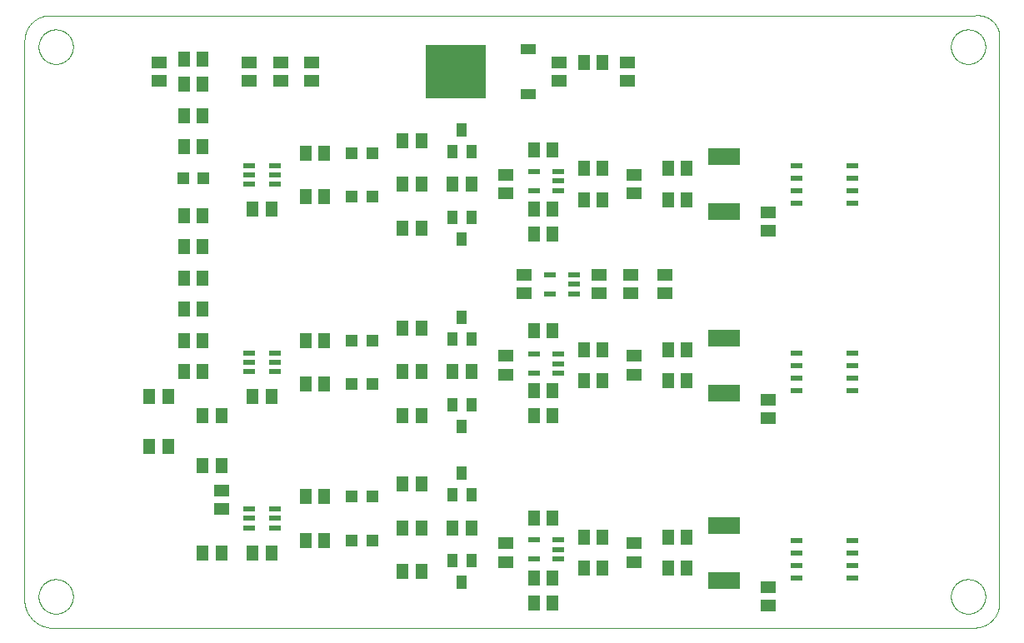
<source format=gtp>
G75*
%MOIN*%
%OFA0B0*%
%FSLAX25Y25*%
%IPPOS*%
%LPD*%
%AMOC8*
5,1,8,0,0,1.08239X$1,22.5*
%
%ADD10C,0.00000*%
%ADD11R,0.04724X0.04724*%
%ADD12R,0.12598X0.07087*%
%ADD13R,0.04724X0.02165*%
%ADD14R,0.04724X0.02362*%
%ADD15R,0.06299X0.03937*%
%ADD16R,0.24409X0.21260*%
%ADD17R,0.05118X0.05906*%
%ADD18R,0.05906X0.05118*%
%ADD19R,0.03937X0.05512*%
%ADD20R,0.05000X0.02200*%
D10*
X0031197Y0016379D02*
X0401197Y0016379D01*
X0401439Y0016382D01*
X0401680Y0016391D01*
X0401921Y0016405D01*
X0402162Y0016426D01*
X0402402Y0016452D01*
X0402642Y0016484D01*
X0402881Y0016522D01*
X0403118Y0016565D01*
X0403355Y0016615D01*
X0403590Y0016670D01*
X0403824Y0016730D01*
X0404056Y0016797D01*
X0404287Y0016868D01*
X0404516Y0016946D01*
X0404743Y0017029D01*
X0404968Y0017117D01*
X0405191Y0017211D01*
X0405411Y0017310D01*
X0405629Y0017415D01*
X0405844Y0017524D01*
X0406057Y0017639D01*
X0406267Y0017759D01*
X0406473Y0017884D01*
X0406677Y0018014D01*
X0406878Y0018149D01*
X0407075Y0018289D01*
X0407269Y0018433D01*
X0407459Y0018582D01*
X0407645Y0018736D01*
X0407828Y0018894D01*
X0408007Y0019056D01*
X0408182Y0019223D01*
X0408353Y0019394D01*
X0408520Y0019569D01*
X0408682Y0019748D01*
X0408840Y0019931D01*
X0408994Y0020117D01*
X0409143Y0020307D01*
X0409287Y0020501D01*
X0409427Y0020698D01*
X0409562Y0020899D01*
X0409692Y0021103D01*
X0409817Y0021309D01*
X0409937Y0021519D01*
X0410052Y0021732D01*
X0410161Y0021947D01*
X0410266Y0022165D01*
X0410365Y0022385D01*
X0410459Y0022608D01*
X0410547Y0022833D01*
X0410630Y0023060D01*
X0410708Y0023289D01*
X0410779Y0023520D01*
X0410846Y0023752D01*
X0410906Y0023986D01*
X0410961Y0024221D01*
X0411011Y0024458D01*
X0411054Y0024695D01*
X0411092Y0024934D01*
X0411124Y0025174D01*
X0411150Y0025414D01*
X0411171Y0025655D01*
X0411185Y0025896D01*
X0411194Y0026137D01*
X0411197Y0026379D01*
X0411197Y0253879D01*
X0411164Y0254090D01*
X0411127Y0254300D01*
X0411084Y0254510D01*
X0411036Y0254718D01*
X0410983Y0254925D01*
X0410925Y0255130D01*
X0410862Y0255334D01*
X0410794Y0255537D01*
X0410721Y0255738D01*
X0410644Y0255937D01*
X0410561Y0256134D01*
X0410474Y0256329D01*
X0410383Y0256522D01*
X0410286Y0256712D01*
X0410185Y0256901D01*
X0410080Y0257086D01*
X0409970Y0257270D01*
X0409856Y0257450D01*
X0409737Y0257628D01*
X0409614Y0257802D01*
X0409487Y0257974D01*
X0409356Y0258142D01*
X0409220Y0258308D01*
X0409081Y0258470D01*
X0408938Y0258628D01*
X0408791Y0258784D01*
X0408641Y0258935D01*
X0408487Y0259083D01*
X0408329Y0259227D01*
X0408168Y0259367D01*
X0408003Y0259503D01*
X0407835Y0259636D01*
X0407665Y0259764D01*
X0407491Y0259888D01*
X0407314Y0260008D01*
X0407134Y0260123D01*
X0406952Y0260234D01*
X0406767Y0260341D01*
X0406579Y0260443D01*
X0406389Y0260540D01*
X0406197Y0260633D01*
X0406002Y0260722D01*
X0405805Y0260805D01*
X0405607Y0260884D01*
X0405407Y0260958D01*
X0405204Y0261027D01*
X0405001Y0261091D01*
X0404795Y0261150D01*
X0404589Y0261205D01*
X0404381Y0261254D01*
X0404172Y0261298D01*
X0403962Y0261337D01*
X0403751Y0261371D01*
X0403540Y0261400D01*
X0403327Y0261424D01*
X0403115Y0261443D01*
X0402901Y0261456D01*
X0402688Y0261465D01*
X0402474Y0261468D01*
X0402261Y0261466D01*
X0402047Y0261459D01*
X0401834Y0261447D01*
X0401621Y0261429D01*
X0401409Y0261407D01*
X0401197Y0261379D01*
X0031197Y0261379D01*
X0030955Y0261376D01*
X0030714Y0261367D01*
X0030473Y0261353D01*
X0030232Y0261332D01*
X0029992Y0261306D01*
X0029752Y0261274D01*
X0029513Y0261236D01*
X0029276Y0261193D01*
X0029039Y0261143D01*
X0028804Y0261088D01*
X0028570Y0261028D01*
X0028338Y0260961D01*
X0028107Y0260890D01*
X0027878Y0260812D01*
X0027651Y0260729D01*
X0027426Y0260641D01*
X0027203Y0260547D01*
X0026983Y0260448D01*
X0026765Y0260343D01*
X0026550Y0260234D01*
X0026337Y0260119D01*
X0026127Y0259999D01*
X0025921Y0259874D01*
X0025717Y0259744D01*
X0025516Y0259609D01*
X0025319Y0259469D01*
X0025125Y0259325D01*
X0024935Y0259176D01*
X0024749Y0259022D01*
X0024566Y0258864D01*
X0024387Y0258702D01*
X0024212Y0258535D01*
X0024041Y0258364D01*
X0023874Y0258189D01*
X0023712Y0258010D01*
X0023554Y0257827D01*
X0023400Y0257641D01*
X0023251Y0257451D01*
X0023107Y0257257D01*
X0022967Y0257060D01*
X0022832Y0256859D01*
X0022702Y0256655D01*
X0022577Y0256449D01*
X0022457Y0256239D01*
X0022342Y0256026D01*
X0022233Y0255811D01*
X0022128Y0255593D01*
X0022029Y0255373D01*
X0021935Y0255150D01*
X0021847Y0254925D01*
X0021764Y0254698D01*
X0021686Y0254469D01*
X0021615Y0254238D01*
X0021548Y0254006D01*
X0021488Y0253772D01*
X0021433Y0253537D01*
X0021383Y0253300D01*
X0021340Y0253063D01*
X0021302Y0252824D01*
X0021270Y0252584D01*
X0021244Y0252344D01*
X0021223Y0252103D01*
X0021209Y0251862D01*
X0021200Y0251621D01*
X0021197Y0251379D01*
X0021197Y0028879D01*
X0021170Y0028603D01*
X0021149Y0028325D01*
X0021136Y0028048D01*
X0021129Y0027770D01*
X0021129Y0027492D01*
X0021136Y0027215D01*
X0021149Y0026937D01*
X0021170Y0026660D01*
X0021197Y0026384D01*
X0021231Y0026108D01*
X0021271Y0025833D01*
X0021319Y0025560D01*
X0021373Y0025287D01*
X0021434Y0025016D01*
X0021501Y0024746D01*
X0021575Y0024479D01*
X0021656Y0024213D01*
X0021743Y0023949D01*
X0021836Y0023687D01*
X0021936Y0023428D01*
X0022043Y0023172D01*
X0022155Y0022918D01*
X0022274Y0022666D01*
X0022399Y0022418D01*
X0022530Y0022173D01*
X0022666Y0021932D01*
X0022809Y0021693D01*
X0022958Y0021458D01*
X0023112Y0021227D01*
X0023272Y0021000D01*
X0023437Y0020777D01*
X0023608Y0020558D01*
X0023785Y0020343D01*
X0023966Y0020133D01*
X0024152Y0019927D01*
X0024344Y0019726D01*
X0024540Y0019529D01*
X0024742Y0019338D01*
X0024947Y0019151D01*
X0025158Y0018970D01*
X0025372Y0018793D01*
X0025591Y0018622D01*
X0025814Y0018457D01*
X0026042Y0018297D01*
X0026272Y0018142D01*
X0026507Y0017994D01*
X0026745Y0017851D01*
X0026987Y0017714D01*
X0027232Y0017583D01*
X0027480Y0017458D01*
X0027731Y0017339D01*
X0027985Y0017226D01*
X0028242Y0017120D01*
X0028501Y0017020D01*
X0028763Y0016926D01*
X0029026Y0016839D01*
X0029292Y0016759D01*
X0029560Y0016684D01*
X0029829Y0016617D01*
X0030100Y0016556D01*
X0030373Y0016502D01*
X0030647Y0016454D01*
X0030921Y0016413D01*
X0031197Y0016379D01*
X0026807Y0028879D02*
X0026809Y0029048D01*
X0026815Y0029217D01*
X0026826Y0029386D01*
X0026840Y0029554D01*
X0026859Y0029722D01*
X0026882Y0029890D01*
X0026908Y0030057D01*
X0026939Y0030223D01*
X0026974Y0030389D01*
X0027013Y0030553D01*
X0027057Y0030717D01*
X0027104Y0030879D01*
X0027155Y0031040D01*
X0027210Y0031200D01*
X0027269Y0031359D01*
X0027331Y0031516D01*
X0027398Y0031671D01*
X0027469Y0031825D01*
X0027543Y0031977D01*
X0027621Y0032127D01*
X0027702Y0032275D01*
X0027787Y0032421D01*
X0027876Y0032565D01*
X0027968Y0032707D01*
X0028064Y0032846D01*
X0028163Y0032983D01*
X0028265Y0033118D01*
X0028371Y0033250D01*
X0028480Y0033379D01*
X0028592Y0033506D01*
X0028707Y0033630D01*
X0028825Y0033751D01*
X0028946Y0033869D01*
X0029070Y0033984D01*
X0029197Y0034096D01*
X0029326Y0034205D01*
X0029458Y0034311D01*
X0029593Y0034413D01*
X0029730Y0034512D01*
X0029869Y0034608D01*
X0030011Y0034700D01*
X0030155Y0034789D01*
X0030301Y0034874D01*
X0030449Y0034955D01*
X0030599Y0035033D01*
X0030751Y0035107D01*
X0030905Y0035178D01*
X0031060Y0035245D01*
X0031217Y0035307D01*
X0031376Y0035366D01*
X0031536Y0035421D01*
X0031697Y0035472D01*
X0031859Y0035519D01*
X0032023Y0035563D01*
X0032187Y0035602D01*
X0032353Y0035637D01*
X0032519Y0035668D01*
X0032686Y0035694D01*
X0032854Y0035717D01*
X0033022Y0035736D01*
X0033190Y0035750D01*
X0033359Y0035761D01*
X0033528Y0035767D01*
X0033697Y0035769D01*
X0033866Y0035767D01*
X0034035Y0035761D01*
X0034204Y0035750D01*
X0034372Y0035736D01*
X0034540Y0035717D01*
X0034708Y0035694D01*
X0034875Y0035668D01*
X0035041Y0035637D01*
X0035207Y0035602D01*
X0035371Y0035563D01*
X0035535Y0035519D01*
X0035697Y0035472D01*
X0035858Y0035421D01*
X0036018Y0035366D01*
X0036177Y0035307D01*
X0036334Y0035245D01*
X0036489Y0035178D01*
X0036643Y0035107D01*
X0036795Y0035033D01*
X0036945Y0034955D01*
X0037093Y0034874D01*
X0037239Y0034789D01*
X0037383Y0034700D01*
X0037525Y0034608D01*
X0037664Y0034512D01*
X0037801Y0034413D01*
X0037936Y0034311D01*
X0038068Y0034205D01*
X0038197Y0034096D01*
X0038324Y0033984D01*
X0038448Y0033869D01*
X0038569Y0033751D01*
X0038687Y0033630D01*
X0038802Y0033506D01*
X0038914Y0033379D01*
X0039023Y0033250D01*
X0039129Y0033118D01*
X0039231Y0032983D01*
X0039330Y0032846D01*
X0039426Y0032707D01*
X0039518Y0032565D01*
X0039607Y0032421D01*
X0039692Y0032275D01*
X0039773Y0032127D01*
X0039851Y0031977D01*
X0039925Y0031825D01*
X0039996Y0031671D01*
X0040063Y0031516D01*
X0040125Y0031359D01*
X0040184Y0031200D01*
X0040239Y0031040D01*
X0040290Y0030879D01*
X0040337Y0030717D01*
X0040381Y0030553D01*
X0040420Y0030389D01*
X0040455Y0030223D01*
X0040486Y0030057D01*
X0040512Y0029890D01*
X0040535Y0029722D01*
X0040554Y0029554D01*
X0040568Y0029386D01*
X0040579Y0029217D01*
X0040585Y0029048D01*
X0040587Y0028879D01*
X0040585Y0028710D01*
X0040579Y0028541D01*
X0040568Y0028372D01*
X0040554Y0028204D01*
X0040535Y0028036D01*
X0040512Y0027868D01*
X0040486Y0027701D01*
X0040455Y0027535D01*
X0040420Y0027369D01*
X0040381Y0027205D01*
X0040337Y0027041D01*
X0040290Y0026879D01*
X0040239Y0026718D01*
X0040184Y0026558D01*
X0040125Y0026399D01*
X0040063Y0026242D01*
X0039996Y0026087D01*
X0039925Y0025933D01*
X0039851Y0025781D01*
X0039773Y0025631D01*
X0039692Y0025483D01*
X0039607Y0025337D01*
X0039518Y0025193D01*
X0039426Y0025051D01*
X0039330Y0024912D01*
X0039231Y0024775D01*
X0039129Y0024640D01*
X0039023Y0024508D01*
X0038914Y0024379D01*
X0038802Y0024252D01*
X0038687Y0024128D01*
X0038569Y0024007D01*
X0038448Y0023889D01*
X0038324Y0023774D01*
X0038197Y0023662D01*
X0038068Y0023553D01*
X0037936Y0023447D01*
X0037801Y0023345D01*
X0037664Y0023246D01*
X0037525Y0023150D01*
X0037383Y0023058D01*
X0037239Y0022969D01*
X0037093Y0022884D01*
X0036945Y0022803D01*
X0036795Y0022725D01*
X0036643Y0022651D01*
X0036489Y0022580D01*
X0036334Y0022513D01*
X0036177Y0022451D01*
X0036018Y0022392D01*
X0035858Y0022337D01*
X0035697Y0022286D01*
X0035535Y0022239D01*
X0035371Y0022195D01*
X0035207Y0022156D01*
X0035041Y0022121D01*
X0034875Y0022090D01*
X0034708Y0022064D01*
X0034540Y0022041D01*
X0034372Y0022022D01*
X0034204Y0022008D01*
X0034035Y0021997D01*
X0033866Y0021991D01*
X0033697Y0021989D01*
X0033528Y0021991D01*
X0033359Y0021997D01*
X0033190Y0022008D01*
X0033022Y0022022D01*
X0032854Y0022041D01*
X0032686Y0022064D01*
X0032519Y0022090D01*
X0032353Y0022121D01*
X0032187Y0022156D01*
X0032023Y0022195D01*
X0031859Y0022239D01*
X0031697Y0022286D01*
X0031536Y0022337D01*
X0031376Y0022392D01*
X0031217Y0022451D01*
X0031060Y0022513D01*
X0030905Y0022580D01*
X0030751Y0022651D01*
X0030599Y0022725D01*
X0030449Y0022803D01*
X0030301Y0022884D01*
X0030155Y0022969D01*
X0030011Y0023058D01*
X0029869Y0023150D01*
X0029730Y0023246D01*
X0029593Y0023345D01*
X0029458Y0023447D01*
X0029326Y0023553D01*
X0029197Y0023662D01*
X0029070Y0023774D01*
X0028946Y0023889D01*
X0028825Y0024007D01*
X0028707Y0024128D01*
X0028592Y0024252D01*
X0028480Y0024379D01*
X0028371Y0024508D01*
X0028265Y0024640D01*
X0028163Y0024775D01*
X0028064Y0024912D01*
X0027968Y0025051D01*
X0027876Y0025193D01*
X0027787Y0025337D01*
X0027702Y0025483D01*
X0027621Y0025631D01*
X0027543Y0025781D01*
X0027469Y0025933D01*
X0027398Y0026087D01*
X0027331Y0026242D01*
X0027269Y0026399D01*
X0027210Y0026558D01*
X0027155Y0026718D01*
X0027104Y0026879D01*
X0027057Y0027041D01*
X0027013Y0027205D01*
X0026974Y0027369D01*
X0026939Y0027535D01*
X0026908Y0027701D01*
X0026882Y0027868D01*
X0026859Y0028036D01*
X0026840Y0028204D01*
X0026826Y0028372D01*
X0026815Y0028541D01*
X0026809Y0028710D01*
X0026807Y0028879D01*
X0026807Y0248879D02*
X0026809Y0249048D01*
X0026815Y0249217D01*
X0026826Y0249386D01*
X0026840Y0249554D01*
X0026859Y0249722D01*
X0026882Y0249890D01*
X0026908Y0250057D01*
X0026939Y0250223D01*
X0026974Y0250389D01*
X0027013Y0250553D01*
X0027057Y0250717D01*
X0027104Y0250879D01*
X0027155Y0251040D01*
X0027210Y0251200D01*
X0027269Y0251359D01*
X0027331Y0251516D01*
X0027398Y0251671D01*
X0027469Y0251825D01*
X0027543Y0251977D01*
X0027621Y0252127D01*
X0027702Y0252275D01*
X0027787Y0252421D01*
X0027876Y0252565D01*
X0027968Y0252707D01*
X0028064Y0252846D01*
X0028163Y0252983D01*
X0028265Y0253118D01*
X0028371Y0253250D01*
X0028480Y0253379D01*
X0028592Y0253506D01*
X0028707Y0253630D01*
X0028825Y0253751D01*
X0028946Y0253869D01*
X0029070Y0253984D01*
X0029197Y0254096D01*
X0029326Y0254205D01*
X0029458Y0254311D01*
X0029593Y0254413D01*
X0029730Y0254512D01*
X0029869Y0254608D01*
X0030011Y0254700D01*
X0030155Y0254789D01*
X0030301Y0254874D01*
X0030449Y0254955D01*
X0030599Y0255033D01*
X0030751Y0255107D01*
X0030905Y0255178D01*
X0031060Y0255245D01*
X0031217Y0255307D01*
X0031376Y0255366D01*
X0031536Y0255421D01*
X0031697Y0255472D01*
X0031859Y0255519D01*
X0032023Y0255563D01*
X0032187Y0255602D01*
X0032353Y0255637D01*
X0032519Y0255668D01*
X0032686Y0255694D01*
X0032854Y0255717D01*
X0033022Y0255736D01*
X0033190Y0255750D01*
X0033359Y0255761D01*
X0033528Y0255767D01*
X0033697Y0255769D01*
X0033866Y0255767D01*
X0034035Y0255761D01*
X0034204Y0255750D01*
X0034372Y0255736D01*
X0034540Y0255717D01*
X0034708Y0255694D01*
X0034875Y0255668D01*
X0035041Y0255637D01*
X0035207Y0255602D01*
X0035371Y0255563D01*
X0035535Y0255519D01*
X0035697Y0255472D01*
X0035858Y0255421D01*
X0036018Y0255366D01*
X0036177Y0255307D01*
X0036334Y0255245D01*
X0036489Y0255178D01*
X0036643Y0255107D01*
X0036795Y0255033D01*
X0036945Y0254955D01*
X0037093Y0254874D01*
X0037239Y0254789D01*
X0037383Y0254700D01*
X0037525Y0254608D01*
X0037664Y0254512D01*
X0037801Y0254413D01*
X0037936Y0254311D01*
X0038068Y0254205D01*
X0038197Y0254096D01*
X0038324Y0253984D01*
X0038448Y0253869D01*
X0038569Y0253751D01*
X0038687Y0253630D01*
X0038802Y0253506D01*
X0038914Y0253379D01*
X0039023Y0253250D01*
X0039129Y0253118D01*
X0039231Y0252983D01*
X0039330Y0252846D01*
X0039426Y0252707D01*
X0039518Y0252565D01*
X0039607Y0252421D01*
X0039692Y0252275D01*
X0039773Y0252127D01*
X0039851Y0251977D01*
X0039925Y0251825D01*
X0039996Y0251671D01*
X0040063Y0251516D01*
X0040125Y0251359D01*
X0040184Y0251200D01*
X0040239Y0251040D01*
X0040290Y0250879D01*
X0040337Y0250717D01*
X0040381Y0250553D01*
X0040420Y0250389D01*
X0040455Y0250223D01*
X0040486Y0250057D01*
X0040512Y0249890D01*
X0040535Y0249722D01*
X0040554Y0249554D01*
X0040568Y0249386D01*
X0040579Y0249217D01*
X0040585Y0249048D01*
X0040587Y0248879D01*
X0040585Y0248710D01*
X0040579Y0248541D01*
X0040568Y0248372D01*
X0040554Y0248204D01*
X0040535Y0248036D01*
X0040512Y0247868D01*
X0040486Y0247701D01*
X0040455Y0247535D01*
X0040420Y0247369D01*
X0040381Y0247205D01*
X0040337Y0247041D01*
X0040290Y0246879D01*
X0040239Y0246718D01*
X0040184Y0246558D01*
X0040125Y0246399D01*
X0040063Y0246242D01*
X0039996Y0246087D01*
X0039925Y0245933D01*
X0039851Y0245781D01*
X0039773Y0245631D01*
X0039692Y0245483D01*
X0039607Y0245337D01*
X0039518Y0245193D01*
X0039426Y0245051D01*
X0039330Y0244912D01*
X0039231Y0244775D01*
X0039129Y0244640D01*
X0039023Y0244508D01*
X0038914Y0244379D01*
X0038802Y0244252D01*
X0038687Y0244128D01*
X0038569Y0244007D01*
X0038448Y0243889D01*
X0038324Y0243774D01*
X0038197Y0243662D01*
X0038068Y0243553D01*
X0037936Y0243447D01*
X0037801Y0243345D01*
X0037664Y0243246D01*
X0037525Y0243150D01*
X0037383Y0243058D01*
X0037239Y0242969D01*
X0037093Y0242884D01*
X0036945Y0242803D01*
X0036795Y0242725D01*
X0036643Y0242651D01*
X0036489Y0242580D01*
X0036334Y0242513D01*
X0036177Y0242451D01*
X0036018Y0242392D01*
X0035858Y0242337D01*
X0035697Y0242286D01*
X0035535Y0242239D01*
X0035371Y0242195D01*
X0035207Y0242156D01*
X0035041Y0242121D01*
X0034875Y0242090D01*
X0034708Y0242064D01*
X0034540Y0242041D01*
X0034372Y0242022D01*
X0034204Y0242008D01*
X0034035Y0241997D01*
X0033866Y0241991D01*
X0033697Y0241989D01*
X0033528Y0241991D01*
X0033359Y0241997D01*
X0033190Y0242008D01*
X0033022Y0242022D01*
X0032854Y0242041D01*
X0032686Y0242064D01*
X0032519Y0242090D01*
X0032353Y0242121D01*
X0032187Y0242156D01*
X0032023Y0242195D01*
X0031859Y0242239D01*
X0031697Y0242286D01*
X0031536Y0242337D01*
X0031376Y0242392D01*
X0031217Y0242451D01*
X0031060Y0242513D01*
X0030905Y0242580D01*
X0030751Y0242651D01*
X0030599Y0242725D01*
X0030449Y0242803D01*
X0030301Y0242884D01*
X0030155Y0242969D01*
X0030011Y0243058D01*
X0029869Y0243150D01*
X0029730Y0243246D01*
X0029593Y0243345D01*
X0029458Y0243447D01*
X0029326Y0243553D01*
X0029197Y0243662D01*
X0029070Y0243774D01*
X0028946Y0243889D01*
X0028825Y0244007D01*
X0028707Y0244128D01*
X0028592Y0244252D01*
X0028480Y0244379D01*
X0028371Y0244508D01*
X0028265Y0244640D01*
X0028163Y0244775D01*
X0028064Y0244912D01*
X0027968Y0245051D01*
X0027876Y0245193D01*
X0027787Y0245337D01*
X0027702Y0245483D01*
X0027621Y0245631D01*
X0027543Y0245781D01*
X0027469Y0245933D01*
X0027398Y0246087D01*
X0027331Y0246242D01*
X0027269Y0246399D01*
X0027210Y0246558D01*
X0027155Y0246718D01*
X0027104Y0246879D01*
X0027057Y0247041D01*
X0027013Y0247205D01*
X0026974Y0247369D01*
X0026939Y0247535D01*
X0026908Y0247701D01*
X0026882Y0247868D01*
X0026859Y0248036D01*
X0026840Y0248204D01*
X0026826Y0248372D01*
X0026815Y0248541D01*
X0026809Y0248710D01*
X0026807Y0248879D01*
X0391807Y0248879D02*
X0391809Y0249048D01*
X0391815Y0249217D01*
X0391826Y0249386D01*
X0391840Y0249554D01*
X0391859Y0249722D01*
X0391882Y0249890D01*
X0391908Y0250057D01*
X0391939Y0250223D01*
X0391974Y0250389D01*
X0392013Y0250553D01*
X0392057Y0250717D01*
X0392104Y0250879D01*
X0392155Y0251040D01*
X0392210Y0251200D01*
X0392269Y0251359D01*
X0392331Y0251516D01*
X0392398Y0251671D01*
X0392469Y0251825D01*
X0392543Y0251977D01*
X0392621Y0252127D01*
X0392702Y0252275D01*
X0392787Y0252421D01*
X0392876Y0252565D01*
X0392968Y0252707D01*
X0393064Y0252846D01*
X0393163Y0252983D01*
X0393265Y0253118D01*
X0393371Y0253250D01*
X0393480Y0253379D01*
X0393592Y0253506D01*
X0393707Y0253630D01*
X0393825Y0253751D01*
X0393946Y0253869D01*
X0394070Y0253984D01*
X0394197Y0254096D01*
X0394326Y0254205D01*
X0394458Y0254311D01*
X0394593Y0254413D01*
X0394730Y0254512D01*
X0394869Y0254608D01*
X0395011Y0254700D01*
X0395155Y0254789D01*
X0395301Y0254874D01*
X0395449Y0254955D01*
X0395599Y0255033D01*
X0395751Y0255107D01*
X0395905Y0255178D01*
X0396060Y0255245D01*
X0396217Y0255307D01*
X0396376Y0255366D01*
X0396536Y0255421D01*
X0396697Y0255472D01*
X0396859Y0255519D01*
X0397023Y0255563D01*
X0397187Y0255602D01*
X0397353Y0255637D01*
X0397519Y0255668D01*
X0397686Y0255694D01*
X0397854Y0255717D01*
X0398022Y0255736D01*
X0398190Y0255750D01*
X0398359Y0255761D01*
X0398528Y0255767D01*
X0398697Y0255769D01*
X0398866Y0255767D01*
X0399035Y0255761D01*
X0399204Y0255750D01*
X0399372Y0255736D01*
X0399540Y0255717D01*
X0399708Y0255694D01*
X0399875Y0255668D01*
X0400041Y0255637D01*
X0400207Y0255602D01*
X0400371Y0255563D01*
X0400535Y0255519D01*
X0400697Y0255472D01*
X0400858Y0255421D01*
X0401018Y0255366D01*
X0401177Y0255307D01*
X0401334Y0255245D01*
X0401489Y0255178D01*
X0401643Y0255107D01*
X0401795Y0255033D01*
X0401945Y0254955D01*
X0402093Y0254874D01*
X0402239Y0254789D01*
X0402383Y0254700D01*
X0402525Y0254608D01*
X0402664Y0254512D01*
X0402801Y0254413D01*
X0402936Y0254311D01*
X0403068Y0254205D01*
X0403197Y0254096D01*
X0403324Y0253984D01*
X0403448Y0253869D01*
X0403569Y0253751D01*
X0403687Y0253630D01*
X0403802Y0253506D01*
X0403914Y0253379D01*
X0404023Y0253250D01*
X0404129Y0253118D01*
X0404231Y0252983D01*
X0404330Y0252846D01*
X0404426Y0252707D01*
X0404518Y0252565D01*
X0404607Y0252421D01*
X0404692Y0252275D01*
X0404773Y0252127D01*
X0404851Y0251977D01*
X0404925Y0251825D01*
X0404996Y0251671D01*
X0405063Y0251516D01*
X0405125Y0251359D01*
X0405184Y0251200D01*
X0405239Y0251040D01*
X0405290Y0250879D01*
X0405337Y0250717D01*
X0405381Y0250553D01*
X0405420Y0250389D01*
X0405455Y0250223D01*
X0405486Y0250057D01*
X0405512Y0249890D01*
X0405535Y0249722D01*
X0405554Y0249554D01*
X0405568Y0249386D01*
X0405579Y0249217D01*
X0405585Y0249048D01*
X0405587Y0248879D01*
X0405585Y0248710D01*
X0405579Y0248541D01*
X0405568Y0248372D01*
X0405554Y0248204D01*
X0405535Y0248036D01*
X0405512Y0247868D01*
X0405486Y0247701D01*
X0405455Y0247535D01*
X0405420Y0247369D01*
X0405381Y0247205D01*
X0405337Y0247041D01*
X0405290Y0246879D01*
X0405239Y0246718D01*
X0405184Y0246558D01*
X0405125Y0246399D01*
X0405063Y0246242D01*
X0404996Y0246087D01*
X0404925Y0245933D01*
X0404851Y0245781D01*
X0404773Y0245631D01*
X0404692Y0245483D01*
X0404607Y0245337D01*
X0404518Y0245193D01*
X0404426Y0245051D01*
X0404330Y0244912D01*
X0404231Y0244775D01*
X0404129Y0244640D01*
X0404023Y0244508D01*
X0403914Y0244379D01*
X0403802Y0244252D01*
X0403687Y0244128D01*
X0403569Y0244007D01*
X0403448Y0243889D01*
X0403324Y0243774D01*
X0403197Y0243662D01*
X0403068Y0243553D01*
X0402936Y0243447D01*
X0402801Y0243345D01*
X0402664Y0243246D01*
X0402525Y0243150D01*
X0402383Y0243058D01*
X0402239Y0242969D01*
X0402093Y0242884D01*
X0401945Y0242803D01*
X0401795Y0242725D01*
X0401643Y0242651D01*
X0401489Y0242580D01*
X0401334Y0242513D01*
X0401177Y0242451D01*
X0401018Y0242392D01*
X0400858Y0242337D01*
X0400697Y0242286D01*
X0400535Y0242239D01*
X0400371Y0242195D01*
X0400207Y0242156D01*
X0400041Y0242121D01*
X0399875Y0242090D01*
X0399708Y0242064D01*
X0399540Y0242041D01*
X0399372Y0242022D01*
X0399204Y0242008D01*
X0399035Y0241997D01*
X0398866Y0241991D01*
X0398697Y0241989D01*
X0398528Y0241991D01*
X0398359Y0241997D01*
X0398190Y0242008D01*
X0398022Y0242022D01*
X0397854Y0242041D01*
X0397686Y0242064D01*
X0397519Y0242090D01*
X0397353Y0242121D01*
X0397187Y0242156D01*
X0397023Y0242195D01*
X0396859Y0242239D01*
X0396697Y0242286D01*
X0396536Y0242337D01*
X0396376Y0242392D01*
X0396217Y0242451D01*
X0396060Y0242513D01*
X0395905Y0242580D01*
X0395751Y0242651D01*
X0395599Y0242725D01*
X0395449Y0242803D01*
X0395301Y0242884D01*
X0395155Y0242969D01*
X0395011Y0243058D01*
X0394869Y0243150D01*
X0394730Y0243246D01*
X0394593Y0243345D01*
X0394458Y0243447D01*
X0394326Y0243553D01*
X0394197Y0243662D01*
X0394070Y0243774D01*
X0393946Y0243889D01*
X0393825Y0244007D01*
X0393707Y0244128D01*
X0393592Y0244252D01*
X0393480Y0244379D01*
X0393371Y0244508D01*
X0393265Y0244640D01*
X0393163Y0244775D01*
X0393064Y0244912D01*
X0392968Y0245051D01*
X0392876Y0245193D01*
X0392787Y0245337D01*
X0392702Y0245483D01*
X0392621Y0245631D01*
X0392543Y0245781D01*
X0392469Y0245933D01*
X0392398Y0246087D01*
X0392331Y0246242D01*
X0392269Y0246399D01*
X0392210Y0246558D01*
X0392155Y0246718D01*
X0392104Y0246879D01*
X0392057Y0247041D01*
X0392013Y0247205D01*
X0391974Y0247369D01*
X0391939Y0247535D01*
X0391908Y0247701D01*
X0391882Y0247868D01*
X0391859Y0248036D01*
X0391840Y0248204D01*
X0391826Y0248372D01*
X0391815Y0248541D01*
X0391809Y0248710D01*
X0391807Y0248879D01*
X0391807Y0028879D02*
X0391809Y0029048D01*
X0391815Y0029217D01*
X0391826Y0029386D01*
X0391840Y0029554D01*
X0391859Y0029722D01*
X0391882Y0029890D01*
X0391908Y0030057D01*
X0391939Y0030223D01*
X0391974Y0030389D01*
X0392013Y0030553D01*
X0392057Y0030717D01*
X0392104Y0030879D01*
X0392155Y0031040D01*
X0392210Y0031200D01*
X0392269Y0031359D01*
X0392331Y0031516D01*
X0392398Y0031671D01*
X0392469Y0031825D01*
X0392543Y0031977D01*
X0392621Y0032127D01*
X0392702Y0032275D01*
X0392787Y0032421D01*
X0392876Y0032565D01*
X0392968Y0032707D01*
X0393064Y0032846D01*
X0393163Y0032983D01*
X0393265Y0033118D01*
X0393371Y0033250D01*
X0393480Y0033379D01*
X0393592Y0033506D01*
X0393707Y0033630D01*
X0393825Y0033751D01*
X0393946Y0033869D01*
X0394070Y0033984D01*
X0394197Y0034096D01*
X0394326Y0034205D01*
X0394458Y0034311D01*
X0394593Y0034413D01*
X0394730Y0034512D01*
X0394869Y0034608D01*
X0395011Y0034700D01*
X0395155Y0034789D01*
X0395301Y0034874D01*
X0395449Y0034955D01*
X0395599Y0035033D01*
X0395751Y0035107D01*
X0395905Y0035178D01*
X0396060Y0035245D01*
X0396217Y0035307D01*
X0396376Y0035366D01*
X0396536Y0035421D01*
X0396697Y0035472D01*
X0396859Y0035519D01*
X0397023Y0035563D01*
X0397187Y0035602D01*
X0397353Y0035637D01*
X0397519Y0035668D01*
X0397686Y0035694D01*
X0397854Y0035717D01*
X0398022Y0035736D01*
X0398190Y0035750D01*
X0398359Y0035761D01*
X0398528Y0035767D01*
X0398697Y0035769D01*
X0398866Y0035767D01*
X0399035Y0035761D01*
X0399204Y0035750D01*
X0399372Y0035736D01*
X0399540Y0035717D01*
X0399708Y0035694D01*
X0399875Y0035668D01*
X0400041Y0035637D01*
X0400207Y0035602D01*
X0400371Y0035563D01*
X0400535Y0035519D01*
X0400697Y0035472D01*
X0400858Y0035421D01*
X0401018Y0035366D01*
X0401177Y0035307D01*
X0401334Y0035245D01*
X0401489Y0035178D01*
X0401643Y0035107D01*
X0401795Y0035033D01*
X0401945Y0034955D01*
X0402093Y0034874D01*
X0402239Y0034789D01*
X0402383Y0034700D01*
X0402525Y0034608D01*
X0402664Y0034512D01*
X0402801Y0034413D01*
X0402936Y0034311D01*
X0403068Y0034205D01*
X0403197Y0034096D01*
X0403324Y0033984D01*
X0403448Y0033869D01*
X0403569Y0033751D01*
X0403687Y0033630D01*
X0403802Y0033506D01*
X0403914Y0033379D01*
X0404023Y0033250D01*
X0404129Y0033118D01*
X0404231Y0032983D01*
X0404330Y0032846D01*
X0404426Y0032707D01*
X0404518Y0032565D01*
X0404607Y0032421D01*
X0404692Y0032275D01*
X0404773Y0032127D01*
X0404851Y0031977D01*
X0404925Y0031825D01*
X0404996Y0031671D01*
X0405063Y0031516D01*
X0405125Y0031359D01*
X0405184Y0031200D01*
X0405239Y0031040D01*
X0405290Y0030879D01*
X0405337Y0030717D01*
X0405381Y0030553D01*
X0405420Y0030389D01*
X0405455Y0030223D01*
X0405486Y0030057D01*
X0405512Y0029890D01*
X0405535Y0029722D01*
X0405554Y0029554D01*
X0405568Y0029386D01*
X0405579Y0029217D01*
X0405585Y0029048D01*
X0405587Y0028879D01*
X0405585Y0028710D01*
X0405579Y0028541D01*
X0405568Y0028372D01*
X0405554Y0028204D01*
X0405535Y0028036D01*
X0405512Y0027868D01*
X0405486Y0027701D01*
X0405455Y0027535D01*
X0405420Y0027369D01*
X0405381Y0027205D01*
X0405337Y0027041D01*
X0405290Y0026879D01*
X0405239Y0026718D01*
X0405184Y0026558D01*
X0405125Y0026399D01*
X0405063Y0026242D01*
X0404996Y0026087D01*
X0404925Y0025933D01*
X0404851Y0025781D01*
X0404773Y0025631D01*
X0404692Y0025483D01*
X0404607Y0025337D01*
X0404518Y0025193D01*
X0404426Y0025051D01*
X0404330Y0024912D01*
X0404231Y0024775D01*
X0404129Y0024640D01*
X0404023Y0024508D01*
X0403914Y0024379D01*
X0403802Y0024252D01*
X0403687Y0024128D01*
X0403569Y0024007D01*
X0403448Y0023889D01*
X0403324Y0023774D01*
X0403197Y0023662D01*
X0403068Y0023553D01*
X0402936Y0023447D01*
X0402801Y0023345D01*
X0402664Y0023246D01*
X0402525Y0023150D01*
X0402383Y0023058D01*
X0402239Y0022969D01*
X0402093Y0022884D01*
X0401945Y0022803D01*
X0401795Y0022725D01*
X0401643Y0022651D01*
X0401489Y0022580D01*
X0401334Y0022513D01*
X0401177Y0022451D01*
X0401018Y0022392D01*
X0400858Y0022337D01*
X0400697Y0022286D01*
X0400535Y0022239D01*
X0400371Y0022195D01*
X0400207Y0022156D01*
X0400041Y0022121D01*
X0399875Y0022090D01*
X0399708Y0022064D01*
X0399540Y0022041D01*
X0399372Y0022022D01*
X0399204Y0022008D01*
X0399035Y0021997D01*
X0398866Y0021991D01*
X0398697Y0021989D01*
X0398528Y0021991D01*
X0398359Y0021997D01*
X0398190Y0022008D01*
X0398022Y0022022D01*
X0397854Y0022041D01*
X0397686Y0022064D01*
X0397519Y0022090D01*
X0397353Y0022121D01*
X0397187Y0022156D01*
X0397023Y0022195D01*
X0396859Y0022239D01*
X0396697Y0022286D01*
X0396536Y0022337D01*
X0396376Y0022392D01*
X0396217Y0022451D01*
X0396060Y0022513D01*
X0395905Y0022580D01*
X0395751Y0022651D01*
X0395599Y0022725D01*
X0395449Y0022803D01*
X0395301Y0022884D01*
X0395155Y0022969D01*
X0395011Y0023058D01*
X0394869Y0023150D01*
X0394730Y0023246D01*
X0394593Y0023345D01*
X0394458Y0023447D01*
X0394326Y0023553D01*
X0394197Y0023662D01*
X0394070Y0023774D01*
X0393946Y0023889D01*
X0393825Y0024007D01*
X0393707Y0024128D01*
X0393592Y0024252D01*
X0393480Y0024379D01*
X0393371Y0024508D01*
X0393265Y0024640D01*
X0393163Y0024775D01*
X0393064Y0024912D01*
X0392968Y0025051D01*
X0392876Y0025193D01*
X0392787Y0025337D01*
X0392702Y0025483D01*
X0392621Y0025631D01*
X0392543Y0025781D01*
X0392469Y0025933D01*
X0392398Y0026087D01*
X0392331Y0026242D01*
X0392269Y0026399D01*
X0392210Y0026558D01*
X0392155Y0026718D01*
X0392104Y0026879D01*
X0392057Y0027041D01*
X0392013Y0027205D01*
X0391974Y0027369D01*
X0391939Y0027535D01*
X0391908Y0027701D01*
X0391882Y0027868D01*
X0391859Y0028036D01*
X0391840Y0028204D01*
X0391826Y0028372D01*
X0391815Y0028541D01*
X0391809Y0028710D01*
X0391807Y0028879D01*
D11*
X0160331Y0051379D03*
X0152063Y0051379D03*
X0152063Y0068879D03*
X0160331Y0068879D03*
X0160331Y0113879D03*
X0152063Y0113879D03*
X0152063Y0131379D03*
X0160331Y0131379D03*
X0160331Y0188879D03*
X0152063Y0188879D03*
X0152063Y0206379D03*
X0160331Y0206379D03*
X0092831Y0196379D03*
X0084563Y0196379D03*
D12*
X0301197Y0204903D03*
X0301197Y0182856D03*
X0301197Y0132403D03*
X0301197Y0110356D03*
X0301197Y0057403D03*
X0301197Y0035356D03*
D13*
X0121315Y0056389D03*
X0121315Y0060129D03*
X0121315Y0063869D03*
X0111078Y0063869D03*
X0111078Y0060129D03*
X0111078Y0056389D03*
X0111078Y0118889D03*
X0111078Y0122629D03*
X0111078Y0126369D03*
X0121315Y0126369D03*
X0121315Y0122629D03*
X0121315Y0118889D03*
X0121315Y0193889D03*
X0121315Y0197629D03*
X0121315Y0201369D03*
X0111078Y0201369D03*
X0111078Y0197629D03*
X0111078Y0193889D03*
D14*
X0330173Y0196379D03*
X0330173Y0191379D03*
X0330173Y0186379D03*
X0330173Y0201379D03*
X0352220Y0201379D03*
X0352220Y0196379D03*
X0352220Y0191379D03*
X0352220Y0186379D03*
X0352220Y0126379D03*
X0352220Y0121379D03*
X0352220Y0116379D03*
X0352220Y0111379D03*
X0330173Y0111379D03*
X0330173Y0116379D03*
X0330173Y0121379D03*
X0330173Y0126379D03*
X0330173Y0051379D03*
X0330173Y0046379D03*
X0330173Y0041379D03*
X0330173Y0036379D03*
X0352220Y0036379D03*
X0352220Y0041379D03*
X0352220Y0046379D03*
X0352220Y0051379D03*
D15*
X0222594Y0229903D03*
X0222594Y0247856D03*
D16*
X0193854Y0238879D03*
D17*
X0179937Y0211379D03*
X0172457Y0211379D03*
X0172457Y0193879D03*
X0179937Y0193879D03*
X0192457Y0193879D03*
X0199937Y0193879D03*
X0179937Y0176379D03*
X0172457Y0176379D03*
X0141187Y0188879D03*
X0133707Y0188879D03*
X0119937Y0183879D03*
X0112457Y0183879D03*
X0092437Y0181379D03*
X0084957Y0181379D03*
X0084957Y0168879D03*
X0092437Y0168879D03*
X0092437Y0156379D03*
X0084957Y0156379D03*
X0084957Y0143879D03*
X0092437Y0143879D03*
X0092437Y0131379D03*
X0084957Y0131379D03*
X0084957Y0118879D03*
X0092437Y0118879D03*
X0078687Y0108879D03*
X0071207Y0108879D03*
X0092457Y0101379D03*
X0099937Y0101379D03*
X0112457Y0108879D03*
X0119937Y0108879D03*
X0133707Y0113879D03*
X0141187Y0113879D03*
X0141187Y0131379D03*
X0133707Y0131379D03*
X0172457Y0136379D03*
X0179937Y0136379D03*
X0179937Y0118879D03*
X0172457Y0118879D03*
X0192457Y0118879D03*
X0199937Y0118879D03*
X0224957Y0111379D03*
X0232437Y0111379D03*
X0244957Y0115129D03*
X0252437Y0115129D03*
X0252437Y0127629D03*
X0244957Y0127629D03*
X0232437Y0135129D03*
X0224957Y0135129D03*
X0224957Y0101379D03*
X0232437Y0101379D03*
X0278707Y0115129D03*
X0286187Y0115129D03*
X0286187Y0127629D03*
X0278707Y0127629D03*
X0232437Y0173879D03*
X0224957Y0173879D03*
X0224957Y0183879D03*
X0232437Y0183879D03*
X0244957Y0187629D03*
X0252437Y0187629D03*
X0252437Y0200129D03*
X0244957Y0200129D03*
X0232437Y0207629D03*
X0224957Y0207629D03*
X0244957Y0242629D03*
X0252437Y0242629D03*
X0278707Y0200129D03*
X0286187Y0200129D03*
X0286187Y0187629D03*
X0278707Y0187629D03*
X0179937Y0101379D03*
X0172457Y0101379D03*
X0172457Y0073879D03*
X0179937Y0073879D03*
X0179937Y0056379D03*
X0172457Y0056379D03*
X0192457Y0056379D03*
X0199937Y0056379D03*
X0224957Y0060129D03*
X0232437Y0060129D03*
X0244957Y0052629D03*
X0252437Y0052629D03*
X0252437Y0040129D03*
X0244957Y0040129D03*
X0232437Y0036379D03*
X0224957Y0036379D03*
X0224957Y0026379D03*
X0232437Y0026379D03*
X0278707Y0040129D03*
X0286187Y0040129D03*
X0286187Y0052629D03*
X0278707Y0052629D03*
X0179937Y0038879D03*
X0172457Y0038879D03*
X0141187Y0051379D03*
X0133707Y0051379D03*
X0119937Y0046379D03*
X0112457Y0046379D03*
X0099937Y0046379D03*
X0092457Y0046379D03*
X0133707Y0068879D03*
X0141187Y0068879D03*
X0099937Y0081379D03*
X0092457Y0081379D03*
X0078687Y0088879D03*
X0071207Y0088879D03*
X0084957Y0208879D03*
X0092437Y0208879D03*
X0092437Y0221379D03*
X0084957Y0221379D03*
X0084957Y0233879D03*
X0092437Y0233879D03*
X0092437Y0243879D03*
X0084957Y0243879D03*
X0133707Y0206379D03*
X0141187Y0206379D03*
D18*
X0136197Y0235139D03*
X0136197Y0242619D03*
X0123697Y0242619D03*
X0123697Y0235139D03*
X0111197Y0235139D03*
X0111197Y0242619D03*
X0074947Y0242619D03*
X0074947Y0235139D03*
X0213697Y0197619D03*
X0213697Y0190139D03*
X0221197Y0157619D03*
X0221197Y0150139D03*
X0251197Y0150139D03*
X0251197Y0157619D03*
X0263697Y0157619D03*
X0263697Y0150139D03*
X0277447Y0150139D03*
X0277447Y0157619D03*
X0318697Y0175139D03*
X0318697Y0182619D03*
X0264947Y0190139D03*
X0264947Y0197619D03*
X0262447Y0235139D03*
X0262447Y0242619D03*
X0234947Y0242619D03*
X0234947Y0235139D03*
X0213697Y0125119D03*
X0213697Y0117639D03*
X0264947Y0117639D03*
X0264947Y0125119D03*
X0318697Y0107619D03*
X0318697Y0100139D03*
X0264947Y0050119D03*
X0264947Y0042639D03*
X0213697Y0042639D03*
X0213697Y0050119D03*
X0318697Y0032619D03*
X0318697Y0025139D03*
X0099947Y0063889D03*
X0099947Y0071369D03*
D19*
X0192457Y0069549D03*
X0199937Y0069549D03*
X0196197Y0078210D03*
X0196197Y0097049D03*
X0199937Y0105710D03*
X0192457Y0105710D03*
X0192457Y0132049D03*
X0199937Y0132049D03*
X0196197Y0140710D03*
X0196197Y0172049D03*
X0199937Y0180710D03*
X0192457Y0180710D03*
X0192457Y0207049D03*
X0199937Y0207049D03*
X0196197Y0215710D03*
X0192457Y0043210D03*
X0199937Y0043210D03*
X0196197Y0034549D03*
D20*
X0225147Y0043829D03*
X0225147Y0051429D03*
X0234747Y0051429D03*
X0234747Y0047629D03*
X0234747Y0043829D03*
X0234747Y0118204D03*
X0234747Y0122004D03*
X0234747Y0125804D03*
X0225147Y0125804D03*
X0225147Y0118204D03*
X0231397Y0150079D03*
X0231397Y0157679D03*
X0240997Y0157679D03*
X0240997Y0153879D03*
X0240997Y0150079D03*
X0234747Y0191329D03*
X0234747Y0195129D03*
X0234747Y0198929D03*
X0225147Y0198929D03*
X0225147Y0191329D03*
M02*

</source>
